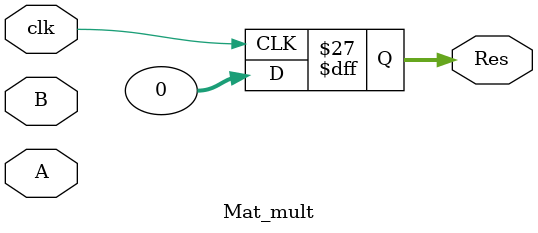
<source format=v>
module Mat_mult(A,B,Res,clk);

    //input and output ports.
    //The size 32 bits which is 2*2=4 elements,each of which is 8 bits wide.    
    input [31:0] A;
    input [31:0] B;
    output [31:0] Res;
    input clk;
    //internal variables    
    reg [31:0] Res;
    reg [7:0] A1 [1:0][1:0];
    reg [7:0] B1 [1:0][1:0];
    reg [7:0] Res1 [1:0][1:0]; 
    integer i,j,k;

    always @(posedge clk)
    begin
    //Initialize the matrices-convert 1 D to 3D arrays
        {A1[0][0],A1[0][1],A1[1][0],A1[1][1]} = A;
        {B1[0][0],B1[0][1],B1[1][0],B1[1][1]} = B;
        i = 0;
        j = 0;
        k = 0;
        {Res1[0][0],Res1[0][1],Res1[1][0],Res1[1][1]} = 32'd0; //initialize to zeros.
        //Matrix multiplication
        for(i=0;i < 2;i=i+1)
            for(j=0;j < 2;j=j+1)
                for(k=0;k < 2;k=k+1)
                    Res1[i][j] <= Res1[i][j] + (A1[i][k] * B1[k][j]);
        //final output assignment - 3D array to 1D array conversion.            
        Res <= {Res1[0][0],Res1[0][1],Res1[1][0],Res1[1][1]};            
    end 

endmodule


</source>
